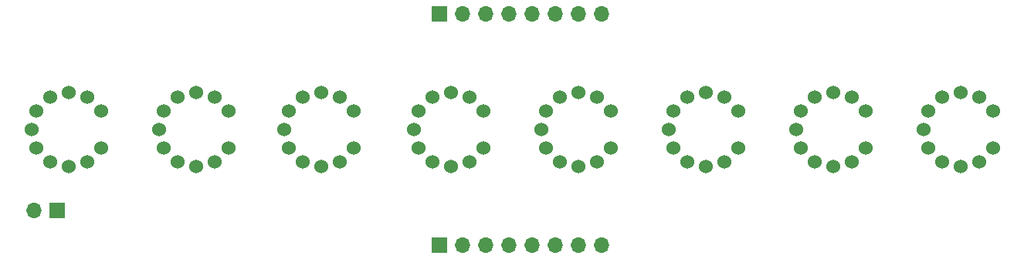
<source format=gts>
%TF.GenerationSoftware,KiCad,Pcbnew,(6.0.2)*%
%TF.CreationDate,2022-05-27T21:50:11+02:00*%
%TF.ProjectId,divergence_meter_top,64697665-7267-4656-9e63-655f6d657465,rev?*%
%TF.SameCoordinates,Original*%
%TF.FileFunction,Soldermask,Top*%
%TF.FilePolarity,Negative*%
%FSLAX46Y46*%
G04 Gerber Fmt 4.6, Leading zero omitted, Abs format (unit mm)*
G04 Created by KiCad (PCBNEW (6.0.2)) date 2022-05-27 21:50:11*
%MOMM*%
%LPD*%
G01*
G04 APERTURE LIST*
%ADD10C,1.524000*%
%ADD11R,1.700000X1.700000*%
%ADD12O,1.700000X1.700000*%
G04 APERTURE END LIST*
D10*
%TO.C,itr7*%
X188976000Y-105918000D03*
X187452000Y-104394000D03*
X185420000Y-103886000D03*
X183388000Y-104394000D03*
X181864000Y-105918000D03*
X181356000Y-107950000D03*
X181864000Y-109982000D03*
X183388000Y-111506000D03*
X185420000Y-112014000D03*
X187452000Y-111506000D03*
X188976000Y-109982000D03*
%TD*%
%TO.C,itr6*%
X175006000Y-105918000D03*
X173482000Y-104394000D03*
X171450000Y-103886000D03*
X169418000Y-104394000D03*
X167894000Y-105918000D03*
X167386000Y-107950000D03*
X167894000Y-109982000D03*
X169418000Y-111506000D03*
X171450000Y-112014000D03*
X173482000Y-111506000D03*
X175006000Y-109982000D03*
%TD*%
%TO.C,itr2*%
X119126000Y-105918000D03*
X117602000Y-104394000D03*
X115570000Y-103886000D03*
X113538000Y-104394000D03*
X112014000Y-105918000D03*
X111506000Y-107950000D03*
X112014000Y-109982000D03*
X113538000Y-111506000D03*
X115570000Y-112014000D03*
X117602000Y-111506000D03*
X119126000Y-109982000D03*
%TD*%
%TO.C,itr3*%
X132842000Y-105918000D03*
X131318000Y-104394000D03*
X129286000Y-103886000D03*
X127254000Y-104394000D03*
X125730000Y-105918000D03*
X125222000Y-107950000D03*
X125730000Y-109982000D03*
X127254000Y-111506000D03*
X129286000Y-112014000D03*
X131318000Y-111506000D03*
X132842000Y-109982000D03*
%TD*%
%TO.C,itr8*%
X202946000Y-105918000D03*
X201422000Y-104394000D03*
X199390000Y-103886000D03*
X197358000Y-104394000D03*
X195834000Y-105918000D03*
X195326000Y-107950000D03*
X195834000Y-109982000D03*
X197358000Y-111506000D03*
X199390000Y-112014000D03*
X201422000Y-111506000D03*
X202946000Y-109982000D03*
%TD*%
%TO.C,itr4*%
X147066000Y-105918000D03*
X145542000Y-104394000D03*
X143510000Y-103886000D03*
X141478000Y-104394000D03*
X139954000Y-105918000D03*
X139446000Y-107950000D03*
X139954000Y-109982000D03*
X141478000Y-111506000D03*
X143510000Y-112014000D03*
X145542000Y-111506000D03*
X147066000Y-109982000D03*
%TD*%
%TO.C,itr1*%
X105156000Y-105918000D03*
X103632000Y-104394000D03*
X101600000Y-103886000D03*
X99568000Y-104394000D03*
X98044000Y-105918000D03*
X97536000Y-107950000D03*
X98044000Y-109982000D03*
X99568000Y-111506000D03*
X101600000Y-112014000D03*
X103632000Y-111506000D03*
X105156000Y-109982000D03*
%TD*%
%TO.C,itr5*%
X161036000Y-105918000D03*
X159512000Y-104394000D03*
X157480000Y-103886000D03*
X155448000Y-104394000D03*
X153924000Y-105918000D03*
X153416000Y-107950000D03*
X153924000Y-109982000D03*
X155448000Y-111506000D03*
X157480000Y-112014000D03*
X159512000Y-111506000D03*
X161036000Y-109982000D03*
%TD*%
D11*
%TO.C,JP1*%
X100330000Y-116840000D03*
D12*
X97790000Y-116840000D03*
%TD*%
D11*
%TO.C,JG1*%
X142240000Y-120650000D03*
D12*
X144780000Y-120650000D03*
X147320000Y-120650000D03*
X149860000Y-120650000D03*
X152400000Y-120650000D03*
X154940000Y-120650000D03*
X157480000Y-120650000D03*
X160020000Y-120650000D03*
%TD*%
D11*
%TO.C,JS1*%
X142240000Y-95250000D03*
D12*
X144780000Y-95250000D03*
X147320000Y-95250000D03*
X149860000Y-95250000D03*
X152400000Y-95250000D03*
X154940000Y-95250000D03*
X157480000Y-95250000D03*
X160020000Y-95250000D03*
%TD*%
M02*

</source>
